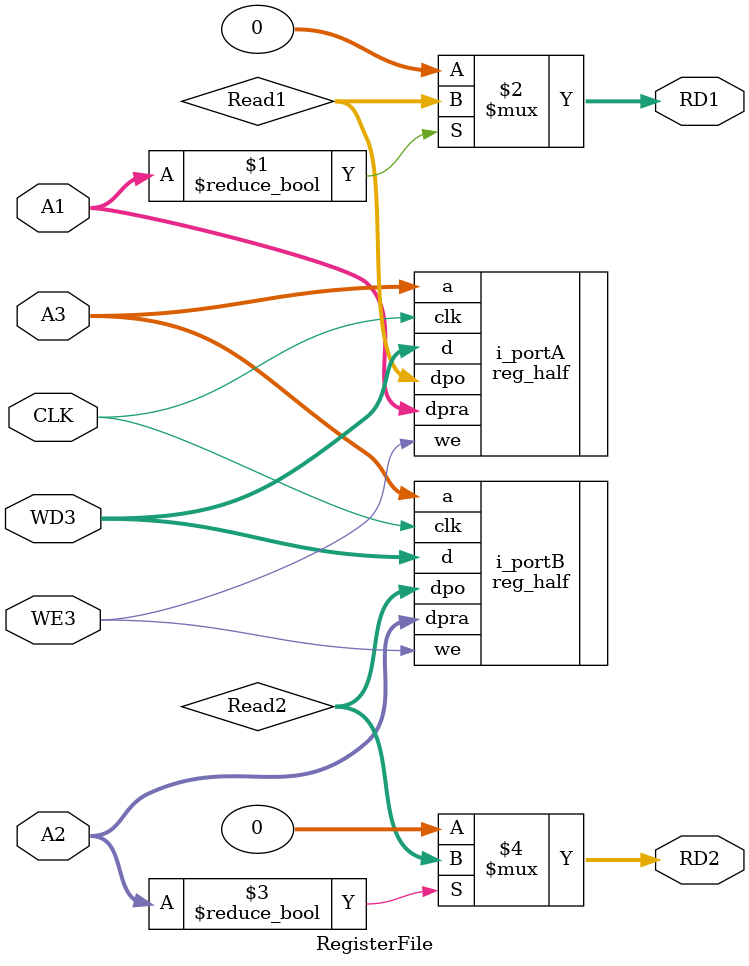
<source format=v>
`timescale 1ns / 1ps
module RegisterFile(
          input   [4:0] A1,   // selects one of 32 registers
			 output [31:0] RD1,  // register corresponding to A1
			 input   [4:0] A2,   // selects one of 32 registers
			 output [31:0] RD2,  // register corresponding to A2
			 input   [4:0] A3,   // selects the address for writeback
			 input  [31:0] WD3,  // Write-back data, will be written to addess A3
			 input         WE3,  // Write-enable for third port WE3=1 write WD3 to A3
			 input         CLK   // System clock
    );
   
	
    wire [31:0] Read1;  // output of PortA
	 wire [31:0] Read2;  // output of PortB
  // once everything works do not forget to add a reset here 
  // you should not enable WE while there is a reset
 
  // we instantiate two memories  
	 reg_half i_portA	 (
	   .a(A3), // Bus [4 : 0] 
	   .d(WD3), // Bus [31 : 0] 
	   .dpra(A1), // Bus [4 : 0] 
	   .clk(CLK),
	   .we(WE3),
	   .dpo(Read1)); // Bus [31 : 0] 

	reg_half i_portB (
	   .a(A3), // Bus [4 : 0] 
	   .d(WD3), // Bus [31 : 0] 
	   .dpra(A2), // Bus [4 : 0] 
	   .clk(CLK),
	   .we(WE3),
	   .dpo(Read2)); // Bus [31 : 0]     
	
     // For both ports, if the address is 0 
	  // Then the output will be zero
	  // Otherwise read the output from the register file 

     assign RD1 = (A1 != 4'b0000) ? Read1 : 0; // Port 1
	 assign RD2 = (A2 != 4'b0000) ? Read2 : 0; // Port 2

endmodule

</source>
